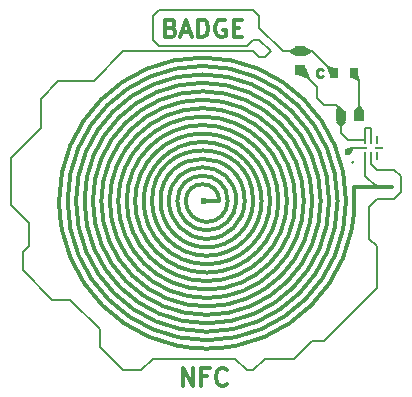
<source format=gbr>
%TF.GenerationSoftware,KiCad,Pcbnew,9.0.6*%
%TF.CreationDate,2025-11-25T14:35:56-05:00*%
%TF.ProjectId,Badge_NFC,42616467-655f-44e4-9643-2e6b69636164,rev?*%
%TF.SameCoordinates,Original*%
%TF.FileFunction,Copper,L1,Top*%
%TF.FilePolarity,Positive*%
%FSLAX46Y46*%
G04 Gerber Fmt 4.6, Leading zero omitted, Abs format (unit mm)*
G04 Created by KiCad (PCBNEW 9.0.6) date 2025-11-25 14:35:56*
%MOMM*%
%LPD*%
G01*
G04 APERTURE LIST*
G04 Aperture macros list*
%AMRoundRect*
0 Rectangle with rounded corners*
0 $1 Rounding radius*
0 $2 $3 $4 $5 $6 $7 $8 $9 X,Y pos of 4 corners*
0 Add a 4 corners polygon primitive as box body*
4,1,4,$2,$3,$4,$5,$6,$7,$8,$9,$2,$3,0*
0 Add four circle primitives for the rounded corners*
1,1,$1+$1,$2,$3*
1,1,$1+$1,$4,$5*
1,1,$1+$1,$6,$7*
1,1,$1+$1,$8,$9*
0 Add four rect primitives between the rounded corners*
20,1,$1+$1,$2,$3,$4,$5,0*
20,1,$1+$1,$4,$5,$6,$7,0*
20,1,$1+$1,$6,$7,$8,$9,0*
20,1,$1+$1,$8,$9,$2,$3,0*%
G04 Aperture macros list end*
%ADD10C,0.300000*%
%TA.AperFunction,NonConductor*%
%ADD11C,0.300000*%
%TD*%
%ADD12C,0.250000*%
%TA.AperFunction,NonConductor*%
%ADD13C,0.250000*%
%TD*%
%TA.AperFunction,NonConductor*%
%ADD14C,0.200000*%
%TD*%
%TA.AperFunction,EtchedComponent*%
%ADD15C,0.355000*%
%TD*%
%TA.AperFunction,SMDPad,CuDef*%
%ADD16RoundRect,0.059400X0.290600X-0.050600X0.290600X0.050600X-0.290600X0.050600X-0.290600X-0.050600X0*%
%TD*%
%TA.AperFunction,SMDPad,CuDef*%
%ADD17RoundRect,0.059400X0.050600X-0.290600X0.050600X0.290600X-0.050600X0.290600X-0.050600X-0.290600X0*%
%TD*%
%TA.AperFunction,SMDPad,CuDef*%
%ADD18RoundRect,0.059400X0.050600X-0.295600X0.050600X0.295600X-0.050600X0.295600X-0.050600X-0.295600X0*%
%TD*%
%TA.AperFunction,ComponentPad*%
%ADD19C,0.600000*%
%TD*%
%TA.AperFunction,SMDPad,CuDef*%
%ADD20RoundRect,0.088750X-1.331250X-0.088750X1.331250X-0.088750X1.331250X0.088750X-1.331250X0.088750X0*%
%TD*%
%TA.AperFunction,SMDPad,CuDef*%
%ADD21R,0.870000X0.930000*%
%TD*%
%TA.AperFunction,SMDPad,CuDef*%
%ADD22RoundRect,0.108750X0.356250X-0.326250X0.356250X0.326250X-0.356250X0.326250X-0.356250X-0.326250X0*%
%TD*%
%TA.AperFunction,SMDPad,CuDef*%
%ADD23R,0.660400X0.812800*%
%TD*%
%TA.AperFunction,ViaPad*%
%ADD24C,0.600000*%
%TD*%
%TA.AperFunction,Conductor*%
%ADD25C,0.200000*%
%TD*%
G04 APERTURE END LIST*
D10*
D11*
X99054510Y-118800828D02*
X99054510Y-117300828D01*
X99054510Y-117300828D02*
X99911653Y-118800828D01*
X99911653Y-118800828D02*
X99911653Y-117300828D01*
X101125939Y-118015114D02*
X100625939Y-118015114D01*
X100625939Y-118800828D02*
X100625939Y-117300828D01*
X100625939Y-117300828D02*
X101340225Y-117300828D01*
X102768796Y-118657971D02*
X102697368Y-118729400D01*
X102697368Y-118729400D02*
X102483082Y-118800828D01*
X102483082Y-118800828D02*
X102340225Y-118800828D01*
X102340225Y-118800828D02*
X102125939Y-118729400D01*
X102125939Y-118729400D02*
X101983082Y-118586542D01*
X101983082Y-118586542D02*
X101911653Y-118443685D01*
X101911653Y-118443685D02*
X101840225Y-118157971D01*
X101840225Y-118157971D02*
X101840225Y-117943685D01*
X101840225Y-117943685D02*
X101911653Y-117657971D01*
X101911653Y-117657971D02*
X101983082Y-117515114D01*
X101983082Y-117515114D02*
X102125939Y-117372257D01*
X102125939Y-117372257D02*
X102340225Y-117300828D01*
X102340225Y-117300828D02*
X102483082Y-117300828D01*
X102483082Y-117300828D02*
X102697368Y-117372257D01*
X102697368Y-117372257D02*
X102768796Y-117443685D01*
D10*
D11*
X98054510Y-88515114D02*
X98268796Y-88586542D01*
X98268796Y-88586542D02*
X98340225Y-88657971D01*
X98340225Y-88657971D02*
X98411653Y-88800828D01*
X98411653Y-88800828D02*
X98411653Y-89015114D01*
X98411653Y-89015114D02*
X98340225Y-89157971D01*
X98340225Y-89157971D02*
X98268796Y-89229400D01*
X98268796Y-89229400D02*
X98125939Y-89300828D01*
X98125939Y-89300828D02*
X97554510Y-89300828D01*
X97554510Y-89300828D02*
X97554510Y-87800828D01*
X97554510Y-87800828D02*
X98054510Y-87800828D01*
X98054510Y-87800828D02*
X98197368Y-87872257D01*
X98197368Y-87872257D02*
X98268796Y-87943685D01*
X98268796Y-87943685D02*
X98340225Y-88086542D01*
X98340225Y-88086542D02*
X98340225Y-88229400D01*
X98340225Y-88229400D02*
X98268796Y-88372257D01*
X98268796Y-88372257D02*
X98197368Y-88443685D01*
X98197368Y-88443685D02*
X98054510Y-88515114D01*
X98054510Y-88515114D02*
X97554510Y-88515114D01*
X98983082Y-88872257D02*
X99697368Y-88872257D01*
X98840225Y-89300828D02*
X99340225Y-87800828D01*
X99340225Y-87800828D02*
X99840225Y-89300828D01*
X100340224Y-89300828D02*
X100340224Y-87800828D01*
X100340224Y-87800828D02*
X100697367Y-87800828D01*
X100697367Y-87800828D02*
X100911653Y-87872257D01*
X100911653Y-87872257D02*
X101054510Y-88015114D01*
X101054510Y-88015114D02*
X101125939Y-88157971D01*
X101125939Y-88157971D02*
X101197367Y-88443685D01*
X101197367Y-88443685D02*
X101197367Y-88657971D01*
X101197367Y-88657971D02*
X101125939Y-88943685D01*
X101125939Y-88943685D02*
X101054510Y-89086542D01*
X101054510Y-89086542D02*
X100911653Y-89229400D01*
X100911653Y-89229400D02*
X100697367Y-89300828D01*
X100697367Y-89300828D02*
X100340224Y-89300828D01*
X102625939Y-87872257D02*
X102483082Y-87800828D01*
X102483082Y-87800828D02*
X102268796Y-87800828D01*
X102268796Y-87800828D02*
X102054510Y-87872257D01*
X102054510Y-87872257D02*
X101911653Y-88015114D01*
X101911653Y-88015114D02*
X101840224Y-88157971D01*
X101840224Y-88157971D02*
X101768796Y-88443685D01*
X101768796Y-88443685D02*
X101768796Y-88657971D01*
X101768796Y-88657971D02*
X101840224Y-88943685D01*
X101840224Y-88943685D02*
X101911653Y-89086542D01*
X101911653Y-89086542D02*
X102054510Y-89229400D01*
X102054510Y-89229400D02*
X102268796Y-89300828D01*
X102268796Y-89300828D02*
X102411653Y-89300828D01*
X102411653Y-89300828D02*
X102625939Y-89229400D01*
X102625939Y-89229400D02*
X102697367Y-89157971D01*
X102697367Y-89157971D02*
X102697367Y-88657971D01*
X102697367Y-88657971D02*
X102411653Y-88657971D01*
X103340224Y-88515114D02*
X103840224Y-88515114D01*
X104054510Y-89300828D02*
X103340224Y-89300828D01*
X103340224Y-89300828D02*
X103340224Y-87800828D01*
X103340224Y-87800828D02*
X104054510Y-87800828D01*
D12*
D13*
X110875832Y-92597996D02*
X110780594Y-92645615D01*
X110780594Y-92645615D02*
X110590118Y-92645615D01*
X110590118Y-92645615D02*
X110494880Y-92597996D01*
X110494880Y-92597996D02*
X110447261Y-92550376D01*
X110447261Y-92550376D02*
X110399642Y-92455138D01*
X110399642Y-92455138D02*
X110399642Y-92169424D01*
X110399642Y-92169424D02*
X110447261Y-92074186D01*
X110447261Y-92074186D02*
X110494880Y-92026567D01*
X110494880Y-92026567D02*
X110590118Y-91978948D01*
X110590118Y-91978948D02*
X110780594Y-91978948D01*
X110780594Y-91978948D02*
X110875832Y-92026567D01*
D14*
X113519456Y-99874142D02*
G75*
G02*
X113376088Y-99874142I-71684J0D01*
G01*
X113376088Y-99874142D02*
G75*
G02*
X113519456Y-99874142I71684J0D01*
G01*
D15*
%TO.C,L1*%
X113580000Y-103155000D02*
G75*
G02*
X88575000Y-103155000I-12502500J500D01*
G01*
X112865000Y-103155000D02*
G75*
G02*
X89290000Y-103155000I-11787500J500D01*
G01*
X112150000Y-103155000D02*
G75*
G02*
X90005000Y-103155000I-11072500J500D01*
G01*
X111435000Y-103155000D02*
G75*
G02*
X90720000Y-103155000I-10357500J500D01*
G01*
X110720000Y-103155000D02*
G75*
G02*
X91435000Y-103155000I-9642500J-500D01*
G01*
X110005000Y-103155000D02*
G75*
G02*
X92150000Y-103155000I-8927500J-500D01*
G01*
X109290000Y-103155000D02*
G75*
G02*
X92865000Y-103155000I-8212500J-500D01*
G01*
X108575000Y-103155000D02*
G75*
G02*
X93580000Y-103155000I-7497500J500D01*
G01*
X107860000Y-103155000D02*
G75*
G02*
X94295000Y-103155000I-6782500J500D01*
G01*
X107145000Y-103155000D02*
G75*
G02*
X95010000Y-103155000I-6067500J500D01*
G01*
X106430000Y-103155000D02*
G75*
G02*
X95725000Y-103155000I-5352500J-500D01*
G01*
X105715000Y-103155000D02*
G75*
G02*
X96440000Y-103155000I-4637500J-500D01*
G01*
X105000000Y-103155000D02*
G75*
G02*
X97155000Y-103155000I-3922500J-500D01*
G01*
X104285000Y-103155000D02*
G75*
G02*
X97870000Y-103155000I-3207500J-500D01*
G01*
X103570000Y-103155000D02*
G75*
G02*
X98585000Y-103155000I-2492500J-500D01*
G01*
X102855000Y-103155000D02*
G75*
G02*
X99300000Y-103155000I-1777500J-500D01*
G01*
X99300000Y-103155000D02*
G75*
G02*
X102140000Y-103155000I1420000J0D01*
G01*
X98585000Y-103155000D02*
G75*
G02*
X102855000Y-103155000I2135000J0D01*
G01*
X97870000Y-103155000D02*
G75*
G02*
X103570000Y-103155000I2850000J0D01*
G01*
X97155000Y-103155000D02*
G75*
G02*
X104285000Y-103155000I3565000J0D01*
G01*
X96440000Y-103155000D02*
G75*
G02*
X105000000Y-103155000I4280000J0D01*
G01*
X95725000Y-103155000D02*
G75*
G02*
X105715000Y-103155000I4995000J0D01*
G01*
X95010000Y-103155000D02*
G75*
G02*
X106430000Y-103155000I5710000J0D01*
G01*
X94295000Y-103155000D02*
G75*
G02*
X107145000Y-103155000I6425000J0D01*
G01*
X93580000Y-103155000D02*
G75*
G02*
X107860000Y-103155000I7140000J0D01*
G01*
X92865000Y-103155000D02*
G75*
G02*
X108575000Y-103155000I7855000J0D01*
G01*
X92150000Y-103155000D02*
G75*
G02*
X109290000Y-103155000I8570000J0D01*
G01*
X91435000Y-103155000D02*
G75*
G02*
X110005000Y-103155000I9285000J0D01*
G01*
X90720000Y-103155000D02*
G75*
G02*
X110720000Y-103155000I10000000J0D01*
G01*
X90005000Y-103155000D02*
G75*
G02*
X111435000Y-103155000I10715000J0D01*
G01*
X89290000Y-103155000D02*
G75*
G02*
X112150000Y-103155000I11430000J0D01*
G01*
X88575000Y-103155000D02*
G75*
G02*
X112865000Y-103155000I12145000J0D01*
G01*
X113580000Y-103155000D02*
X113580000Y-102000000D01*
X113580000Y-102000000D02*
X114435000Y-102000000D01*
X102140000Y-103155000D02*
X100825000Y-103155000D01*
%TD*%
D16*
%TO.P,U1,8,LB*%
%TO.N,Net-(U1-LB)*%
X114305000Y-98695000D03*
D17*
%TO.P,U1,7,VOUT*%
%TO.N,Net-(U1-VCC)*%
X114500000Y-98000000D03*
%TO.P,U1,6,VCC*%
X115000000Y-98000000D03*
%TO.P,U1,5,SDA*%
%TO.N,unconnected-(U1-SDA-Pad5)*%
X115500000Y-98000000D03*
D16*
%TO.P,U1,4,FD*%
%TO.N,unconnected-(U1-FD-Pad4)*%
X115695000Y-98695000D03*
D17*
%TO.P,U1,3,SCL*%
%TO.N,unconnected-(U1-SCL-Pad3)*%
X115500000Y-99390000D03*
D18*
%TO.P,U1,2,VSS*%
%TO.N,Net-(U1-VSS)*%
X115000000Y-99390000D03*
%TO.P,U1,1,LA*%
%TO.N,Net-(U1-LA)*%
X114500000Y-99390000D03*
%TD*%
D19*
%TO.P,L1,2*%
%TO.N,Net-(U1-LB)*%
X100825000Y-103155000D03*
D20*
%TO.P,L1,1*%
%TO.N,Net-(U1-LA)*%
X115500000Y-102000000D03*
%TD*%
D21*
%TO.P,R1,1*%
%TO.N,Net-(U1-VCC)*%
X112440000Y-96000000D03*
%TO.P,R1,2*%
%TO.N,Net-(LED1-Pad2)*%
X114000000Y-96000000D03*
%TD*%
D22*
%TO.P,C1,2*%
%TO.N,Net-(U1-VSS)*%
X109000000Y-90500000D03*
%TO.P,C1,1*%
%TO.N,Net-(U1-VCC)*%
X109000000Y-92060000D03*
%TD*%
D23*
%TO.P,LED1,2*%
%TO.N,Net-(LED1-Pad2)*%
X113500000Y-92325500D03*
%TO.P,LED1,1*%
%TO.N,Net-(U1-VSS)*%
X111849000Y-92325500D03*
%TD*%
D24*
%TO.N,Net-(U1-LB)*%
X113000000Y-99000000D03*
%TD*%
D25*
%TO.N,Net-(U1-VSS)*%
X116932900Y-103000000D02*
X117500000Y-102432900D01*
X105000000Y-117500000D02*
X106000000Y-116500000D01*
X104500000Y-117500000D02*
X105000000Y-117500000D01*
X104500000Y-90000000D02*
X105000000Y-89500000D01*
X108500000Y-116500000D02*
X110000000Y-115000000D01*
X87000000Y-97000000D02*
X84500000Y-99500000D01*
X87000000Y-94500000D02*
X87000000Y-97000000D01*
X109000000Y-90500000D02*
X107500000Y-90500000D01*
X85500000Y-109000000D02*
X88000000Y-111500000D01*
X106000000Y-91000000D02*
X105500000Y-91000000D01*
X94000000Y-90500000D02*
X91500000Y-93000000D01*
%TO.N,Net-(U1-VCC)*%
X115000000Y-97000000D02*
X115000000Y-98000000D01*
X114500000Y-98000000D02*
X114500000Y-97000000D01*
%TO.N,Net-(U1-VSS)*%
X103500000Y-116500000D02*
X104500000Y-117500000D01*
X106500000Y-90500000D02*
X106000000Y-91000000D01*
%TO.N,Net-(U1-VCC)*%
X110440000Y-93500000D02*
X110440000Y-94440000D01*
X114500000Y-97000000D02*
X115000000Y-97000000D01*
%TO.N,Net-(U1-VSS)*%
X111000000Y-115000000D02*
X115500000Y-110500000D01*
X105000000Y-87000000D02*
X97000000Y-87000000D01*
X96500000Y-116500000D02*
X103500000Y-116500000D01*
X115500000Y-103000000D02*
X116932900Y-103000000D01*
X86000000Y-107000000D02*
X85500000Y-107500000D01*
X105000000Y-90500000D02*
X94000000Y-90500000D01*
X105000000Y-89500000D02*
X105500000Y-89500000D01*
X105500000Y-91000000D02*
X105000000Y-90500000D01*
X96500000Y-89500000D02*
X97000000Y-90000000D01*
X105500000Y-87500000D02*
X105000000Y-87000000D01*
X84500000Y-103500000D02*
X86000000Y-105000000D01*
X94000000Y-117500000D02*
X95500000Y-117500000D01*
X117500000Y-101067100D02*
X116932900Y-100500000D01*
X107500000Y-90500000D02*
X105500000Y-88500000D01*
X115000000Y-100000000D02*
X115000000Y-99390000D01*
X115500000Y-107000000D02*
X114849000Y-106349000D01*
X106000000Y-116500000D02*
X108500000Y-116500000D01*
X116932900Y-100500000D02*
X115500000Y-100500000D01*
X85500000Y-107500000D02*
X85500000Y-109000000D01*
X88500000Y-93000000D02*
X87000000Y-94500000D01*
X92000000Y-114000000D02*
X92000000Y-115500000D01*
X117500000Y-102432900D02*
X117500000Y-101067100D01*
%TO.N,Net-(U1-VCC)*%
X110440000Y-94440000D02*
X111000000Y-95000000D01*
%TO.N,Net-(LED1-Pad2)*%
X113500000Y-92500000D02*
X114000000Y-93000000D01*
%TO.N,Net-(U1-VCC)*%
X112000000Y-95000000D02*
X112440000Y-95440000D01*
%TO.N,Net-(U1-LA)*%
X114500000Y-101000000D02*
X115500000Y-102000000D01*
%TO.N,Net-(U1-VCC)*%
X112440000Y-95440000D02*
X112440000Y-96000000D01*
X111000000Y-95000000D02*
X112000000Y-95000000D01*
%TO.N,Net-(U1-LB)*%
X114305000Y-98695000D02*
X113305000Y-98695000D01*
%TO.N,Net-(U1-VCC)*%
X109000000Y-92060000D02*
X110440000Y-93500000D01*
%TO.N,Net-(U1-LA)*%
X114500000Y-99390000D02*
X114500000Y-101000000D01*
%TO.N,Net-(LED1-Pad2)*%
X113500000Y-92325500D02*
X113500000Y-92500000D01*
X114000000Y-93000000D02*
X114000000Y-96000000D01*
%TO.N,Net-(U1-VSS)*%
X114849000Y-103651000D02*
X115500000Y-103000000D01*
X105500000Y-89500000D02*
X106500000Y-90500000D01*
X110000000Y-115000000D02*
X111000000Y-115000000D01*
X109000000Y-90500000D02*
X110023500Y-90500000D01*
X97000000Y-90000000D02*
X104500000Y-90000000D01*
X110023500Y-90500000D02*
X111849000Y-92325500D01*
X114849000Y-106349000D02*
X114849000Y-103651000D01*
X89500000Y-111500000D02*
X92000000Y-114000000D01*
X91500000Y-93000000D02*
X88500000Y-93000000D01*
X95500000Y-117500000D02*
X96500000Y-116500000D01*
X88000000Y-111500000D02*
X89500000Y-111500000D01*
X97000000Y-87000000D02*
X96500000Y-87500000D01*
X115500000Y-100500000D02*
X115000000Y-100000000D01*
X105500000Y-88500000D02*
X105500000Y-87500000D01*
X86000000Y-105000000D02*
X86000000Y-107000000D01*
X84500000Y-99500000D02*
X84500000Y-103500000D01*
X115500000Y-110500000D02*
X115500000Y-107000000D01*
X92000000Y-115500000D02*
X94000000Y-117500000D01*
X96500000Y-87500000D02*
X96500000Y-89500000D01*
%TO.N,Net-(U1-LA)*%
X115500000Y-102000000D02*
X115250000Y-101750000D01*
%TO.N,Net-(U1-VCC)*%
X113000000Y-98000000D02*
X112440000Y-97440000D01*
X112440000Y-97440000D02*
X112440000Y-96000000D01*
X114500000Y-98000000D02*
X113000000Y-98000000D01*
%TO.N,Net-(U1-LB)*%
X113000000Y-99000000D02*
X113305000Y-98695000D01*
X100825000Y-103155000D02*
X100845000Y-103155000D01*
%TD*%
%TA.AperFunction,Conductor*%
%TO.N,Net-(U1-VCC)*%
G36*
X112447984Y-96007593D02*
G01*
X112448553Y-96008162D01*
X112868225Y-96457742D01*
X112871365Y-96466128D01*
X112868942Y-96472865D01*
X112543512Y-96895439D01*
X112535749Y-96899903D01*
X112534242Y-96900000D01*
X112345758Y-96900000D01*
X112337485Y-96896573D01*
X112336488Y-96895439D01*
X112011057Y-96472865D01*
X112008724Y-96464219D01*
X112011772Y-96457744D01*
X112431447Y-96008161D01*
X112439598Y-96004453D01*
X112447984Y-96007593D01*
G37*
%TD.AperFunction*%
%TD*%
%TA.AperFunction,Conductor*%
%TO.N,Net-(U1-LB)*%
G36*
X113462592Y-98599618D02*
G01*
X113467649Y-98607008D01*
X113467900Y-98609417D01*
X113467900Y-98791815D01*
X113466287Y-98797744D01*
X113255710Y-99156005D01*
X113248563Y-99161401D01*
X113239694Y-99160163D01*
X113239141Y-99159816D01*
X113003064Y-99002704D01*
X112998075Y-98995268D01*
X112998063Y-98995209D01*
X112943686Y-98717083D01*
X112945462Y-98708306D01*
X112952759Y-98703389D01*
X113453792Y-98597968D01*
X113462592Y-98599618D01*
G37*
%TD.AperFunction*%
%TD*%
%TA.AperFunction,Conductor*%
%TO.N,Net-(U1-LA)*%
G36*
X115328455Y-101683676D02*
G01*
X115331823Y-101685584D01*
X115564564Y-101817425D01*
X115570073Y-101824484D01*
X115569628Y-101832030D01*
X115504846Y-101990575D01*
X115498544Y-101996938D01*
X115490321Y-101997250D01*
X115408912Y-101970160D01*
X115142462Y-101881492D01*
X115135694Y-101875629D01*
X115135055Y-101866697D01*
X115137881Y-101862120D01*
X115179290Y-101820712D01*
X115314418Y-101685583D01*
X115322690Y-101682157D01*
X115328455Y-101683676D01*
G37*
%TD.AperFunction*%
%TD*%
%TA.AperFunction,Conductor*%
%TO.N,Net-(U1-VSS)*%
G36*
X109406092Y-90078630D02*
G01*
X109894681Y-90396539D01*
X109899746Y-90403924D01*
X109900000Y-90406346D01*
X109900000Y-90593653D01*
X109896573Y-90601926D01*
X109894681Y-90603460D01*
X109406092Y-90921369D01*
X109397289Y-90923008D01*
X109391164Y-90919551D01*
X109095706Y-90603460D01*
X109006466Y-90507988D01*
X109003321Y-90499605D01*
X109006466Y-90492011D01*
X109391165Y-90080447D01*
X109399316Y-90076744D01*
X109406092Y-90078630D01*
G37*
%TD.AperFunction*%
%TD*%
%TA.AperFunction,Conductor*%
%TO.N,Net-(U1-VSS)*%
G36*
X108608835Y-90080448D02*
G01*
X108993532Y-90492011D01*
X108996678Y-90500395D01*
X108993532Y-90507989D01*
X108608835Y-90919551D01*
X108600683Y-90923255D01*
X108593907Y-90921369D01*
X108105319Y-90603460D01*
X108100254Y-90596075D01*
X108100000Y-90593653D01*
X108100000Y-90406346D01*
X108103427Y-90398073D01*
X108105319Y-90396539D01*
X108593907Y-90078629D01*
X108602710Y-90076991D01*
X108608835Y-90080448D01*
G37*
%TD.AperFunction*%
%TD*%
%TA.AperFunction,Conductor*%
%TO.N,Net-(U1-LA)*%
G36*
X115275627Y-101631364D02*
G01*
X115565327Y-101817241D01*
X115570440Y-101824593D01*
X115569840Y-101831514D01*
X115505157Y-101989815D01*
X115498855Y-101996177D01*
X115489900Y-101996220D01*
X115489840Y-101996195D01*
X115087635Y-101829208D01*
X115081308Y-101822870D01*
X115081315Y-101813916D01*
X115083845Y-101810132D01*
X115126278Y-101767700D01*
X115261039Y-101632938D01*
X115269311Y-101629512D01*
X115275627Y-101631364D01*
G37*
%TD.AperFunction*%
%TD*%
%TA.AperFunction,Conductor*%
%TO.N,Net-(LED1-Pad2)*%
G36*
X114102515Y-95103427D02*
G01*
X114103512Y-95104561D01*
X114428942Y-95527134D01*
X114431275Y-95535780D01*
X114428225Y-95542257D01*
X114008553Y-95991837D01*
X114000402Y-95995546D01*
X113992016Y-95992406D01*
X113991447Y-95991837D01*
X113571774Y-95542257D01*
X113568634Y-95533871D01*
X113571056Y-95527135D01*
X113896488Y-95104561D01*
X113904251Y-95100097D01*
X113905758Y-95100000D01*
X114094242Y-95100000D01*
X114102515Y-95103427D01*
G37*
%TD.AperFunction*%
%TD*%
%TA.AperFunction,Conductor*%
%TO.N,Net-(U1-VCC)*%
G36*
X112278506Y-95135757D02*
G01*
X112746737Y-95528229D01*
X112750876Y-95536170D01*
X112748921Y-95543738D01*
X112448918Y-95988532D01*
X112441451Y-95993475D01*
X112432676Y-95991690D01*
X112430674Y-95989983D01*
X112013175Y-95543738D01*
X112010407Y-95540779D01*
X112007258Y-95532399D01*
X112008354Y-95527832D01*
X112128004Y-95272152D01*
X112130324Y-95268844D01*
X112262718Y-95136450D01*
X112270990Y-95133024D01*
X112278506Y-95135757D01*
G37*
%TD.AperFunction*%
%TD*%
%TA.AperFunction,Conductor*%
%TO.N,Net-(U1-VCC)*%
G36*
X109463621Y-91913858D02*
G01*
X109469100Y-91919831D01*
X109790517Y-92704841D01*
X109790480Y-92713795D01*
X109787962Y-92717547D01*
X109657656Y-92847853D01*
X109649383Y-92851280D01*
X109644755Y-92850326D01*
X108830392Y-92499555D01*
X108824149Y-92493134D01*
X108824201Y-92484354D01*
X108997224Y-92064314D01*
X109003542Y-92057971D01*
X109004444Y-92057639D01*
X109454696Y-91913124D01*
X109463621Y-91913858D01*
G37*
%TD.AperFunction*%
%TD*%
%TA.AperFunction,Conductor*%
%TO.N,Net-(U1-VSS)*%
G36*
X111363233Y-91694072D02*
G01*
X111901124Y-91915620D01*
X111907467Y-91921938D01*
X111908243Y-91928139D01*
X111850675Y-92319620D01*
X111846080Y-92327307D01*
X111843548Y-92328739D01*
X111528991Y-92458082D01*
X111520037Y-92458059D01*
X111514007Y-92452350D01*
X111260789Y-91928139D01*
X111218217Y-91840008D01*
X111217705Y-91831069D01*
X111220478Y-91826649D01*
X111350510Y-91696617D01*
X111358782Y-91693191D01*
X111363233Y-91694072D01*
G37*
%TD.AperFunction*%
%TD*%
%TA.AperFunction,Conductor*%
%TO.N,Net-(LED1-Pad2)*%
G36*
X113827810Y-92222718D02*
G01*
X113833606Y-92229544D01*
X113833661Y-92229720D01*
X114034052Y-92887959D01*
X114033183Y-92896871D01*
X114031132Y-92899639D01*
X113901131Y-93029640D01*
X113892858Y-93033067D01*
X113886843Y-93031402D01*
X113394774Y-92736470D01*
X113389440Y-92729278D01*
X113389509Y-92723328D01*
X113497614Y-92330885D01*
X113503114Y-92323822D01*
X113505305Y-92322858D01*
X113818886Y-92221989D01*
X113827810Y-92222718D01*
G37*
%TD.AperFunction*%
%TD*%
M02*

</source>
